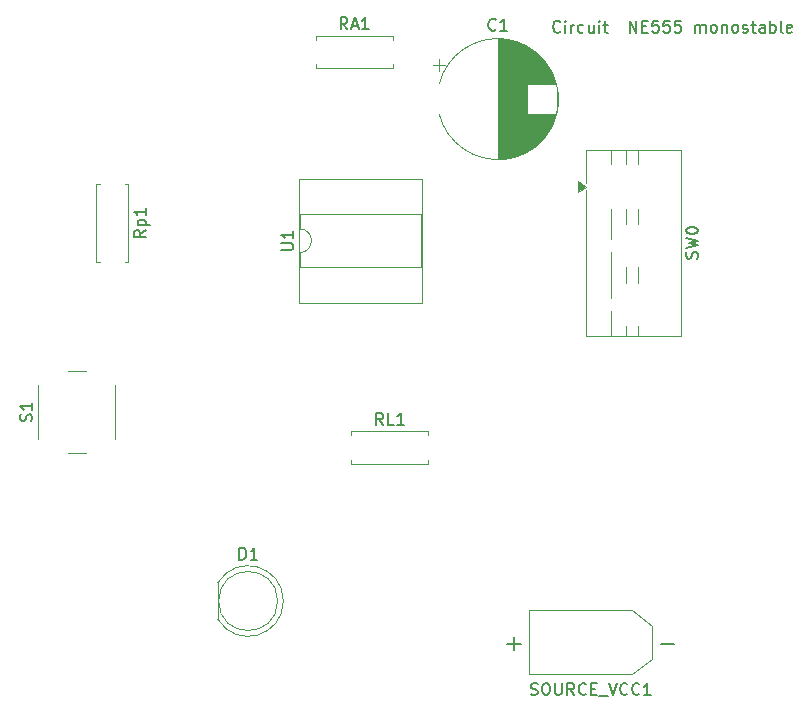
<source format=gbr>
%TF.GenerationSoftware,KiCad,Pcbnew,9.0.5*%
%TF.CreationDate,2025-10-25T15:08:27+02:00*%
%TF.ProjectId,Timmer-555-monostable,54696d6d-6572-42d3-9535-352d6d6f6e6f,rev?*%
%TF.SameCoordinates,Original*%
%TF.FileFunction,Legend,Top*%
%TF.FilePolarity,Positive*%
%FSLAX46Y46*%
G04 Gerber Fmt 4.6, Leading zero omitted, Abs format (unit mm)*
G04 Created by KiCad (PCBNEW 9.0.5) date 2025-10-25 15:08:27*
%MOMM*%
%LPD*%
G01*
G04 APERTURE LIST*
%ADD10C,0.200000*%
%ADD11C,0.150000*%
%ADD12C,0.120000*%
G04 APERTURE END LIST*
D10*
X140441101Y-25271980D02*
X140393482Y-25319600D01*
X140393482Y-25319600D02*
X140250625Y-25367219D01*
X140250625Y-25367219D02*
X140155387Y-25367219D01*
X140155387Y-25367219D02*
X140012530Y-25319600D01*
X140012530Y-25319600D02*
X139917292Y-25224361D01*
X139917292Y-25224361D02*
X139869673Y-25129123D01*
X139869673Y-25129123D02*
X139822054Y-24938647D01*
X139822054Y-24938647D02*
X139822054Y-24795790D01*
X139822054Y-24795790D02*
X139869673Y-24605314D01*
X139869673Y-24605314D02*
X139917292Y-24510076D01*
X139917292Y-24510076D02*
X140012530Y-24414838D01*
X140012530Y-24414838D02*
X140155387Y-24367219D01*
X140155387Y-24367219D02*
X140250625Y-24367219D01*
X140250625Y-24367219D02*
X140393482Y-24414838D01*
X140393482Y-24414838D02*
X140441101Y-24462457D01*
X140869673Y-25367219D02*
X140869673Y-24700552D01*
X140869673Y-24367219D02*
X140822054Y-24414838D01*
X140822054Y-24414838D02*
X140869673Y-24462457D01*
X140869673Y-24462457D02*
X140917292Y-24414838D01*
X140917292Y-24414838D02*
X140869673Y-24367219D01*
X140869673Y-24367219D02*
X140869673Y-24462457D01*
X141345863Y-25367219D02*
X141345863Y-24700552D01*
X141345863Y-24891028D02*
X141393482Y-24795790D01*
X141393482Y-24795790D02*
X141441101Y-24748171D01*
X141441101Y-24748171D02*
X141536339Y-24700552D01*
X141536339Y-24700552D02*
X141631577Y-24700552D01*
X142393482Y-25319600D02*
X142298244Y-25367219D01*
X142298244Y-25367219D02*
X142107768Y-25367219D01*
X142107768Y-25367219D02*
X142012530Y-25319600D01*
X142012530Y-25319600D02*
X141964911Y-25271980D01*
X141964911Y-25271980D02*
X141917292Y-25176742D01*
X141917292Y-25176742D02*
X141917292Y-24891028D01*
X141917292Y-24891028D02*
X141964911Y-24795790D01*
X141964911Y-24795790D02*
X142012530Y-24748171D01*
X142012530Y-24748171D02*
X142107768Y-24700552D01*
X142107768Y-24700552D02*
X142298244Y-24700552D01*
X142298244Y-24700552D02*
X142393482Y-24748171D01*
X143250625Y-24700552D02*
X143250625Y-25367219D01*
X142822054Y-24700552D02*
X142822054Y-25224361D01*
X142822054Y-25224361D02*
X142869673Y-25319600D01*
X142869673Y-25319600D02*
X142964911Y-25367219D01*
X142964911Y-25367219D02*
X143107768Y-25367219D01*
X143107768Y-25367219D02*
X143203006Y-25319600D01*
X143203006Y-25319600D02*
X143250625Y-25271980D01*
X143726816Y-25367219D02*
X143726816Y-24700552D01*
X143726816Y-24367219D02*
X143679197Y-24414838D01*
X143679197Y-24414838D02*
X143726816Y-24462457D01*
X143726816Y-24462457D02*
X143774435Y-24414838D01*
X143774435Y-24414838D02*
X143726816Y-24367219D01*
X143726816Y-24367219D02*
X143726816Y-24462457D01*
X144060149Y-24700552D02*
X144441101Y-24700552D01*
X144203006Y-24367219D02*
X144203006Y-25224361D01*
X144203006Y-25224361D02*
X144250625Y-25319600D01*
X144250625Y-25319600D02*
X144345863Y-25367219D01*
X144345863Y-25367219D02*
X144441101Y-25367219D01*
X146298245Y-25367219D02*
X146298245Y-24367219D01*
X146298245Y-24367219D02*
X146869673Y-25367219D01*
X146869673Y-25367219D02*
X146869673Y-24367219D01*
X147345864Y-24843409D02*
X147679197Y-24843409D01*
X147822054Y-25367219D02*
X147345864Y-25367219D01*
X147345864Y-25367219D02*
X147345864Y-24367219D01*
X147345864Y-24367219D02*
X147822054Y-24367219D01*
X148726816Y-24367219D02*
X148250626Y-24367219D01*
X148250626Y-24367219D02*
X148203007Y-24843409D01*
X148203007Y-24843409D02*
X148250626Y-24795790D01*
X148250626Y-24795790D02*
X148345864Y-24748171D01*
X148345864Y-24748171D02*
X148583959Y-24748171D01*
X148583959Y-24748171D02*
X148679197Y-24795790D01*
X148679197Y-24795790D02*
X148726816Y-24843409D01*
X148726816Y-24843409D02*
X148774435Y-24938647D01*
X148774435Y-24938647D02*
X148774435Y-25176742D01*
X148774435Y-25176742D02*
X148726816Y-25271980D01*
X148726816Y-25271980D02*
X148679197Y-25319600D01*
X148679197Y-25319600D02*
X148583959Y-25367219D01*
X148583959Y-25367219D02*
X148345864Y-25367219D01*
X148345864Y-25367219D02*
X148250626Y-25319600D01*
X148250626Y-25319600D02*
X148203007Y-25271980D01*
X149679197Y-24367219D02*
X149203007Y-24367219D01*
X149203007Y-24367219D02*
X149155388Y-24843409D01*
X149155388Y-24843409D02*
X149203007Y-24795790D01*
X149203007Y-24795790D02*
X149298245Y-24748171D01*
X149298245Y-24748171D02*
X149536340Y-24748171D01*
X149536340Y-24748171D02*
X149631578Y-24795790D01*
X149631578Y-24795790D02*
X149679197Y-24843409D01*
X149679197Y-24843409D02*
X149726816Y-24938647D01*
X149726816Y-24938647D02*
X149726816Y-25176742D01*
X149726816Y-25176742D02*
X149679197Y-25271980D01*
X149679197Y-25271980D02*
X149631578Y-25319600D01*
X149631578Y-25319600D02*
X149536340Y-25367219D01*
X149536340Y-25367219D02*
X149298245Y-25367219D01*
X149298245Y-25367219D02*
X149203007Y-25319600D01*
X149203007Y-25319600D02*
X149155388Y-25271980D01*
X150631578Y-24367219D02*
X150155388Y-24367219D01*
X150155388Y-24367219D02*
X150107769Y-24843409D01*
X150107769Y-24843409D02*
X150155388Y-24795790D01*
X150155388Y-24795790D02*
X150250626Y-24748171D01*
X150250626Y-24748171D02*
X150488721Y-24748171D01*
X150488721Y-24748171D02*
X150583959Y-24795790D01*
X150583959Y-24795790D02*
X150631578Y-24843409D01*
X150631578Y-24843409D02*
X150679197Y-24938647D01*
X150679197Y-24938647D02*
X150679197Y-25176742D01*
X150679197Y-25176742D02*
X150631578Y-25271980D01*
X150631578Y-25271980D02*
X150583959Y-25319600D01*
X150583959Y-25319600D02*
X150488721Y-25367219D01*
X150488721Y-25367219D02*
X150250626Y-25367219D01*
X150250626Y-25367219D02*
X150155388Y-25319600D01*
X150155388Y-25319600D02*
X150107769Y-25271980D01*
X151869674Y-25367219D02*
X151869674Y-24700552D01*
X151869674Y-24795790D02*
X151917293Y-24748171D01*
X151917293Y-24748171D02*
X152012531Y-24700552D01*
X152012531Y-24700552D02*
X152155388Y-24700552D01*
X152155388Y-24700552D02*
X152250626Y-24748171D01*
X152250626Y-24748171D02*
X152298245Y-24843409D01*
X152298245Y-24843409D02*
X152298245Y-25367219D01*
X152298245Y-24843409D02*
X152345864Y-24748171D01*
X152345864Y-24748171D02*
X152441102Y-24700552D01*
X152441102Y-24700552D02*
X152583959Y-24700552D01*
X152583959Y-24700552D02*
X152679198Y-24748171D01*
X152679198Y-24748171D02*
X152726817Y-24843409D01*
X152726817Y-24843409D02*
X152726817Y-25367219D01*
X153345864Y-25367219D02*
X153250626Y-25319600D01*
X153250626Y-25319600D02*
X153203007Y-25271980D01*
X153203007Y-25271980D02*
X153155388Y-25176742D01*
X153155388Y-25176742D02*
X153155388Y-24891028D01*
X153155388Y-24891028D02*
X153203007Y-24795790D01*
X153203007Y-24795790D02*
X153250626Y-24748171D01*
X153250626Y-24748171D02*
X153345864Y-24700552D01*
X153345864Y-24700552D02*
X153488721Y-24700552D01*
X153488721Y-24700552D02*
X153583959Y-24748171D01*
X153583959Y-24748171D02*
X153631578Y-24795790D01*
X153631578Y-24795790D02*
X153679197Y-24891028D01*
X153679197Y-24891028D02*
X153679197Y-25176742D01*
X153679197Y-25176742D02*
X153631578Y-25271980D01*
X153631578Y-25271980D02*
X153583959Y-25319600D01*
X153583959Y-25319600D02*
X153488721Y-25367219D01*
X153488721Y-25367219D02*
X153345864Y-25367219D01*
X154107769Y-24700552D02*
X154107769Y-25367219D01*
X154107769Y-24795790D02*
X154155388Y-24748171D01*
X154155388Y-24748171D02*
X154250626Y-24700552D01*
X154250626Y-24700552D02*
X154393483Y-24700552D01*
X154393483Y-24700552D02*
X154488721Y-24748171D01*
X154488721Y-24748171D02*
X154536340Y-24843409D01*
X154536340Y-24843409D02*
X154536340Y-25367219D01*
X155155388Y-25367219D02*
X155060150Y-25319600D01*
X155060150Y-25319600D02*
X155012531Y-25271980D01*
X155012531Y-25271980D02*
X154964912Y-25176742D01*
X154964912Y-25176742D02*
X154964912Y-24891028D01*
X154964912Y-24891028D02*
X155012531Y-24795790D01*
X155012531Y-24795790D02*
X155060150Y-24748171D01*
X155060150Y-24748171D02*
X155155388Y-24700552D01*
X155155388Y-24700552D02*
X155298245Y-24700552D01*
X155298245Y-24700552D02*
X155393483Y-24748171D01*
X155393483Y-24748171D02*
X155441102Y-24795790D01*
X155441102Y-24795790D02*
X155488721Y-24891028D01*
X155488721Y-24891028D02*
X155488721Y-25176742D01*
X155488721Y-25176742D02*
X155441102Y-25271980D01*
X155441102Y-25271980D02*
X155393483Y-25319600D01*
X155393483Y-25319600D02*
X155298245Y-25367219D01*
X155298245Y-25367219D02*
X155155388Y-25367219D01*
X155869674Y-25319600D02*
X155964912Y-25367219D01*
X155964912Y-25367219D02*
X156155388Y-25367219D01*
X156155388Y-25367219D02*
X156250626Y-25319600D01*
X156250626Y-25319600D02*
X156298245Y-25224361D01*
X156298245Y-25224361D02*
X156298245Y-25176742D01*
X156298245Y-25176742D02*
X156250626Y-25081504D01*
X156250626Y-25081504D02*
X156155388Y-25033885D01*
X156155388Y-25033885D02*
X156012531Y-25033885D01*
X156012531Y-25033885D02*
X155917293Y-24986266D01*
X155917293Y-24986266D02*
X155869674Y-24891028D01*
X155869674Y-24891028D02*
X155869674Y-24843409D01*
X155869674Y-24843409D02*
X155917293Y-24748171D01*
X155917293Y-24748171D02*
X156012531Y-24700552D01*
X156012531Y-24700552D02*
X156155388Y-24700552D01*
X156155388Y-24700552D02*
X156250626Y-24748171D01*
X156583960Y-24700552D02*
X156964912Y-24700552D01*
X156726817Y-24367219D02*
X156726817Y-25224361D01*
X156726817Y-25224361D02*
X156774436Y-25319600D01*
X156774436Y-25319600D02*
X156869674Y-25367219D01*
X156869674Y-25367219D02*
X156964912Y-25367219D01*
X157726817Y-25367219D02*
X157726817Y-24843409D01*
X157726817Y-24843409D02*
X157679198Y-24748171D01*
X157679198Y-24748171D02*
X157583960Y-24700552D01*
X157583960Y-24700552D02*
X157393484Y-24700552D01*
X157393484Y-24700552D02*
X157298246Y-24748171D01*
X157726817Y-25319600D02*
X157631579Y-25367219D01*
X157631579Y-25367219D02*
X157393484Y-25367219D01*
X157393484Y-25367219D02*
X157298246Y-25319600D01*
X157298246Y-25319600D02*
X157250627Y-25224361D01*
X157250627Y-25224361D02*
X157250627Y-25129123D01*
X157250627Y-25129123D02*
X157298246Y-25033885D01*
X157298246Y-25033885D02*
X157393484Y-24986266D01*
X157393484Y-24986266D02*
X157631579Y-24986266D01*
X157631579Y-24986266D02*
X157726817Y-24938647D01*
X158203008Y-25367219D02*
X158203008Y-24367219D01*
X158203008Y-24748171D02*
X158298246Y-24700552D01*
X158298246Y-24700552D02*
X158488722Y-24700552D01*
X158488722Y-24700552D02*
X158583960Y-24748171D01*
X158583960Y-24748171D02*
X158631579Y-24795790D01*
X158631579Y-24795790D02*
X158679198Y-24891028D01*
X158679198Y-24891028D02*
X158679198Y-25176742D01*
X158679198Y-25176742D02*
X158631579Y-25271980D01*
X158631579Y-25271980D02*
X158583960Y-25319600D01*
X158583960Y-25319600D02*
X158488722Y-25367219D01*
X158488722Y-25367219D02*
X158298246Y-25367219D01*
X158298246Y-25367219D02*
X158203008Y-25319600D01*
X159250627Y-25367219D02*
X159155389Y-25319600D01*
X159155389Y-25319600D02*
X159107770Y-25224361D01*
X159107770Y-25224361D02*
X159107770Y-24367219D01*
X160012532Y-25319600D02*
X159917294Y-25367219D01*
X159917294Y-25367219D02*
X159726818Y-25367219D01*
X159726818Y-25367219D02*
X159631580Y-25319600D01*
X159631580Y-25319600D02*
X159583961Y-25224361D01*
X159583961Y-25224361D02*
X159583961Y-24843409D01*
X159583961Y-24843409D02*
X159631580Y-24748171D01*
X159631580Y-24748171D02*
X159726818Y-24700552D01*
X159726818Y-24700552D02*
X159917294Y-24700552D01*
X159917294Y-24700552D02*
X160012532Y-24748171D01*
X160012532Y-24748171D02*
X160060151Y-24843409D01*
X160060151Y-24843409D02*
X160060151Y-24938647D01*
X160060151Y-24938647D02*
X159583961Y-25033885D01*
D11*
X95657200Y-58261904D02*
X95704819Y-58119047D01*
X95704819Y-58119047D02*
X95704819Y-57880952D01*
X95704819Y-57880952D02*
X95657200Y-57785714D01*
X95657200Y-57785714D02*
X95609580Y-57738095D01*
X95609580Y-57738095D02*
X95514342Y-57690476D01*
X95514342Y-57690476D02*
X95419104Y-57690476D01*
X95419104Y-57690476D02*
X95323866Y-57738095D01*
X95323866Y-57738095D02*
X95276247Y-57785714D01*
X95276247Y-57785714D02*
X95228628Y-57880952D01*
X95228628Y-57880952D02*
X95181009Y-58071428D01*
X95181009Y-58071428D02*
X95133390Y-58166666D01*
X95133390Y-58166666D02*
X95085771Y-58214285D01*
X95085771Y-58214285D02*
X94990533Y-58261904D01*
X94990533Y-58261904D02*
X94895295Y-58261904D01*
X94895295Y-58261904D02*
X94800057Y-58214285D01*
X94800057Y-58214285D02*
X94752438Y-58166666D01*
X94752438Y-58166666D02*
X94704819Y-58071428D01*
X94704819Y-58071428D02*
X94704819Y-57833333D01*
X94704819Y-57833333D02*
X94752438Y-57690476D01*
X95704819Y-56738095D02*
X95704819Y-57309523D01*
X95704819Y-57023809D02*
X94704819Y-57023809D01*
X94704819Y-57023809D02*
X94847676Y-57119047D01*
X94847676Y-57119047D02*
X94942914Y-57214285D01*
X94942914Y-57214285D02*
X94990533Y-57309523D01*
X152027200Y-44503332D02*
X152074819Y-44360475D01*
X152074819Y-44360475D02*
X152074819Y-44122380D01*
X152074819Y-44122380D02*
X152027200Y-44027142D01*
X152027200Y-44027142D02*
X151979580Y-43979523D01*
X151979580Y-43979523D02*
X151884342Y-43931904D01*
X151884342Y-43931904D02*
X151789104Y-43931904D01*
X151789104Y-43931904D02*
X151693866Y-43979523D01*
X151693866Y-43979523D02*
X151646247Y-44027142D01*
X151646247Y-44027142D02*
X151598628Y-44122380D01*
X151598628Y-44122380D02*
X151551009Y-44312856D01*
X151551009Y-44312856D02*
X151503390Y-44408094D01*
X151503390Y-44408094D02*
X151455771Y-44455713D01*
X151455771Y-44455713D02*
X151360533Y-44503332D01*
X151360533Y-44503332D02*
X151265295Y-44503332D01*
X151265295Y-44503332D02*
X151170057Y-44455713D01*
X151170057Y-44455713D02*
X151122438Y-44408094D01*
X151122438Y-44408094D02*
X151074819Y-44312856D01*
X151074819Y-44312856D02*
X151074819Y-44074761D01*
X151074819Y-44074761D02*
X151122438Y-43931904D01*
X151074819Y-43598570D02*
X152074819Y-43360475D01*
X152074819Y-43360475D02*
X151360533Y-43169999D01*
X151360533Y-43169999D02*
X152074819Y-42979523D01*
X152074819Y-42979523D02*
X151074819Y-42741428D01*
X151074819Y-42169999D02*
X151074819Y-42074761D01*
X151074819Y-42074761D02*
X151122438Y-41979523D01*
X151122438Y-41979523D02*
X151170057Y-41931904D01*
X151170057Y-41931904D02*
X151265295Y-41884285D01*
X151265295Y-41884285D02*
X151455771Y-41836666D01*
X151455771Y-41836666D02*
X151693866Y-41836666D01*
X151693866Y-41836666D02*
X151884342Y-41884285D01*
X151884342Y-41884285D02*
X151979580Y-41931904D01*
X151979580Y-41931904D02*
X152027200Y-41979523D01*
X152027200Y-41979523D02*
X152074819Y-42074761D01*
X152074819Y-42074761D02*
X152074819Y-42169999D01*
X152074819Y-42169999D02*
X152027200Y-42265237D01*
X152027200Y-42265237D02*
X151979580Y-42312856D01*
X151979580Y-42312856D02*
X151884342Y-42360475D01*
X151884342Y-42360475D02*
X151693866Y-42408094D01*
X151693866Y-42408094D02*
X151455771Y-42408094D01*
X151455771Y-42408094D02*
X151265295Y-42360475D01*
X151265295Y-42360475D02*
X151170057Y-42312856D01*
X151170057Y-42312856D02*
X151122438Y-42265237D01*
X151122438Y-42265237D02*
X151074819Y-42169999D01*
X134965656Y-25109580D02*
X134918037Y-25157200D01*
X134918037Y-25157200D02*
X134775180Y-25204819D01*
X134775180Y-25204819D02*
X134679942Y-25204819D01*
X134679942Y-25204819D02*
X134537085Y-25157200D01*
X134537085Y-25157200D02*
X134441847Y-25061961D01*
X134441847Y-25061961D02*
X134394228Y-24966723D01*
X134394228Y-24966723D02*
X134346609Y-24776247D01*
X134346609Y-24776247D02*
X134346609Y-24633390D01*
X134346609Y-24633390D02*
X134394228Y-24442914D01*
X134394228Y-24442914D02*
X134441847Y-24347676D01*
X134441847Y-24347676D02*
X134537085Y-24252438D01*
X134537085Y-24252438D02*
X134679942Y-24204819D01*
X134679942Y-24204819D02*
X134775180Y-24204819D01*
X134775180Y-24204819D02*
X134918037Y-24252438D01*
X134918037Y-24252438D02*
X134965656Y-24300057D01*
X135918037Y-25204819D02*
X135346609Y-25204819D01*
X135632323Y-25204819D02*
X135632323Y-24204819D01*
X135632323Y-24204819D02*
X135537085Y-24347676D01*
X135537085Y-24347676D02*
X135441847Y-24442914D01*
X135441847Y-24442914D02*
X135346609Y-24490533D01*
X105324819Y-42119047D02*
X104848628Y-42452380D01*
X105324819Y-42690475D02*
X104324819Y-42690475D01*
X104324819Y-42690475D02*
X104324819Y-42309523D01*
X104324819Y-42309523D02*
X104372438Y-42214285D01*
X104372438Y-42214285D02*
X104420057Y-42166666D01*
X104420057Y-42166666D02*
X104515295Y-42119047D01*
X104515295Y-42119047D02*
X104658152Y-42119047D01*
X104658152Y-42119047D02*
X104753390Y-42166666D01*
X104753390Y-42166666D02*
X104801009Y-42214285D01*
X104801009Y-42214285D02*
X104848628Y-42309523D01*
X104848628Y-42309523D02*
X104848628Y-42690475D01*
X104658152Y-41690475D02*
X105658152Y-41690475D01*
X104705771Y-41690475D02*
X104658152Y-41595237D01*
X104658152Y-41595237D02*
X104658152Y-41404761D01*
X104658152Y-41404761D02*
X104705771Y-41309523D01*
X104705771Y-41309523D02*
X104753390Y-41261904D01*
X104753390Y-41261904D02*
X104848628Y-41214285D01*
X104848628Y-41214285D02*
X105134342Y-41214285D01*
X105134342Y-41214285D02*
X105229580Y-41261904D01*
X105229580Y-41261904D02*
X105277200Y-41309523D01*
X105277200Y-41309523D02*
X105324819Y-41404761D01*
X105324819Y-41404761D02*
X105324819Y-41595237D01*
X105324819Y-41595237D02*
X105277200Y-41690475D01*
X105324819Y-40261904D02*
X105324819Y-40833332D01*
X105324819Y-40547618D02*
X104324819Y-40547618D01*
X104324819Y-40547618D02*
X104467676Y-40642856D01*
X104467676Y-40642856D02*
X104562914Y-40738094D01*
X104562914Y-40738094D02*
X104610533Y-40833332D01*
X125428571Y-58584819D02*
X125095238Y-58108628D01*
X124857143Y-58584819D02*
X124857143Y-57584819D01*
X124857143Y-57584819D02*
X125238095Y-57584819D01*
X125238095Y-57584819D02*
X125333333Y-57632438D01*
X125333333Y-57632438D02*
X125380952Y-57680057D01*
X125380952Y-57680057D02*
X125428571Y-57775295D01*
X125428571Y-57775295D02*
X125428571Y-57918152D01*
X125428571Y-57918152D02*
X125380952Y-58013390D01*
X125380952Y-58013390D02*
X125333333Y-58061009D01*
X125333333Y-58061009D02*
X125238095Y-58108628D01*
X125238095Y-58108628D02*
X124857143Y-58108628D01*
X126333333Y-58584819D02*
X125857143Y-58584819D01*
X125857143Y-58584819D02*
X125857143Y-57584819D01*
X127190476Y-58584819D02*
X126619048Y-58584819D01*
X126904762Y-58584819D02*
X126904762Y-57584819D01*
X126904762Y-57584819D02*
X126809524Y-57727676D01*
X126809524Y-57727676D02*
X126714286Y-57822914D01*
X126714286Y-57822914D02*
X126619048Y-57870533D01*
X122404761Y-25084819D02*
X122071428Y-24608628D01*
X121833333Y-25084819D02*
X121833333Y-24084819D01*
X121833333Y-24084819D02*
X122214285Y-24084819D01*
X122214285Y-24084819D02*
X122309523Y-24132438D01*
X122309523Y-24132438D02*
X122357142Y-24180057D01*
X122357142Y-24180057D02*
X122404761Y-24275295D01*
X122404761Y-24275295D02*
X122404761Y-24418152D01*
X122404761Y-24418152D02*
X122357142Y-24513390D01*
X122357142Y-24513390D02*
X122309523Y-24561009D01*
X122309523Y-24561009D02*
X122214285Y-24608628D01*
X122214285Y-24608628D02*
X121833333Y-24608628D01*
X122785714Y-24799104D02*
X123261904Y-24799104D01*
X122690476Y-25084819D02*
X123023809Y-24084819D01*
X123023809Y-24084819D02*
X123357142Y-25084819D01*
X124214285Y-25084819D02*
X123642857Y-25084819D01*
X123928571Y-25084819D02*
X123928571Y-24084819D01*
X123928571Y-24084819D02*
X123833333Y-24227676D01*
X123833333Y-24227676D02*
X123738095Y-24322914D01*
X123738095Y-24322914D02*
X123642857Y-24370533D01*
X137928571Y-81407200D02*
X138071428Y-81454819D01*
X138071428Y-81454819D02*
X138309523Y-81454819D01*
X138309523Y-81454819D02*
X138404761Y-81407200D01*
X138404761Y-81407200D02*
X138452380Y-81359580D01*
X138452380Y-81359580D02*
X138499999Y-81264342D01*
X138499999Y-81264342D02*
X138499999Y-81169104D01*
X138499999Y-81169104D02*
X138452380Y-81073866D01*
X138452380Y-81073866D02*
X138404761Y-81026247D01*
X138404761Y-81026247D02*
X138309523Y-80978628D01*
X138309523Y-80978628D02*
X138119047Y-80931009D01*
X138119047Y-80931009D02*
X138023809Y-80883390D01*
X138023809Y-80883390D02*
X137976190Y-80835771D01*
X137976190Y-80835771D02*
X137928571Y-80740533D01*
X137928571Y-80740533D02*
X137928571Y-80645295D01*
X137928571Y-80645295D02*
X137976190Y-80550057D01*
X137976190Y-80550057D02*
X138023809Y-80502438D01*
X138023809Y-80502438D02*
X138119047Y-80454819D01*
X138119047Y-80454819D02*
X138357142Y-80454819D01*
X138357142Y-80454819D02*
X138499999Y-80502438D01*
X139119047Y-80454819D02*
X139309523Y-80454819D01*
X139309523Y-80454819D02*
X139404761Y-80502438D01*
X139404761Y-80502438D02*
X139499999Y-80597676D01*
X139499999Y-80597676D02*
X139547618Y-80788152D01*
X139547618Y-80788152D02*
X139547618Y-81121485D01*
X139547618Y-81121485D02*
X139499999Y-81311961D01*
X139499999Y-81311961D02*
X139404761Y-81407200D01*
X139404761Y-81407200D02*
X139309523Y-81454819D01*
X139309523Y-81454819D02*
X139119047Y-81454819D01*
X139119047Y-81454819D02*
X139023809Y-81407200D01*
X139023809Y-81407200D02*
X138928571Y-81311961D01*
X138928571Y-81311961D02*
X138880952Y-81121485D01*
X138880952Y-81121485D02*
X138880952Y-80788152D01*
X138880952Y-80788152D02*
X138928571Y-80597676D01*
X138928571Y-80597676D02*
X139023809Y-80502438D01*
X139023809Y-80502438D02*
X139119047Y-80454819D01*
X139976190Y-80454819D02*
X139976190Y-81264342D01*
X139976190Y-81264342D02*
X140023809Y-81359580D01*
X140023809Y-81359580D02*
X140071428Y-81407200D01*
X140071428Y-81407200D02*
X140166666Y-81454819D01*
X140166666Y-81454819D02*
X140357142Y-81454819D01*
X140357142Y-81454819D02*
X140452380Y-81407200D01*
X140452380Y-81407200D02*
X140499999Y-81359580D01*
X140499999Y-81359580D02*
X140547618Y-81264342D01*
X140547618Y-81264342D02*
X140547618Y-80454819D01*
X141595237Y-81454819D02*
X141261904Y-80978628D01*
X141023809Y-81454819D02*
X141023809Y-80454819D01*
X141023809Y-80454819D02*
X141404761Y-80454819D01*
X141404761Y-80454819D02*
X141499999Y-80502438D01*
X141499999Y-80502438D02*
X141547618Y-80550057D01*
X141547618Y-80550057D02*
X141595237Y-80645295D01*
X141595237Y-80645295D02*
X141595237Y-80788152D01*
X141595237Y-80788152D02*
X141547618Y-80883390D01*
X141547618Y-80883390D02*
X141499999Y-80931009D01*
X141499999Y-80931009D02*
X141404761Y-80978628D01*
X141404761Y-80978628D02*
X141023809Y-80978628D01*
X142595237Y-81359580D02*
X142547618Y-81407200D01*
X142547618Y-81407200D02*
X142404761Y-81454819D01*
X142404761Y-81454819D02*
X142309523Y-81454819D01*
X142309523Y-81454819D02*
X142166666Y-81407200D01*
X142166666Y-81407200D02*
X142071428Y-81311961D01*
X142071428Y-81311961D02*
X142023809Y-81216723D01*
X142023809Y-81216723D02*
X141976190Y-81026247D01*
X141976190Y-81026247D02*
X141976190Y-80883390D01*
X141976190Y-80883390D02*
X142023809Y-80692914D01*
X142023809Y-80692914D02*
X142071428Y-80597676D01*
X142071428Y-80597676D02*
X142166666Y-80502438D01*
X142166666Y-80502438D02*
X142309523Y-80454819D01*
X142309523Y-80454819D02*
X142404761Y-80454819D01*
X142404761Y-80454819D02*
X142547618Y-80502438D01*
X142547618Y-80502438D02*
X142595237Y-80550057D01*
X143023809Y-80931009D02*
X143357142Y-80931009D01*
X143499999Y-81454819D02*
X143023809Y-81454819D01*
X143023809Y-81454819D02*
X143023809Y-80454819D01*
X143023809Y-80454819D02*
X143499999Y-80454819D01*
X143690476Y-81550057D02*
X144452380Y-81550057D01*
X144547619Y-80454819D02*
X144880952Y-81454819D01*
X144880952Y-81454819D02*
X145214285Y-80454819D01*
X146119047Y-81359580D02*
X146071428Y-81407200D01*
X146071428Y-81407200D02*
X145928571Y-81454819D01*
X145928571Y-81454819D02*
X145833333Y-81454819D01*
X145833333Y-81454819D02*
X145690476Y-81407200D01*
X145690476Y-81407200D02*
X145595238Y-81311961D01*
X145595238Y-81311961D02*
X145547619Y-81216723D01*
X145547619Y-81216723D02*
X145500000Y-81026247D01*
X145500000Y-81026247D02*
X145500000Y-80883390D01*
X145500000Y-80883390D02*
X145547619Y-80692914D01*
X145547619Y-80692914D02*
X145595238Y-80597676D01*
X145595238Y-80597676D02*
X145690476Y-80502438D01*
X145690476Y-80502438D02*
X145833333Y-80454819D01*
X145833333Y-80454819D02*
X145928571Y-80454819D01*
X145928571Y-80454819D02*
X146071428Y-80502438D01*
X146071428Y-80502438D02*
X146119047Y-80550057D01*
X147119047Y-81359580D02*
X147071428Y-81407200D01*
X147071428Y-81407200D02*
X146928571Y-81454819D01*
X146928571Y-81454819D02*
X146833333Y-81454819D01*
X146833333Y-81454819D02*
X146690476Y-81407200D01*
X146690476Y-81407200D02*
X146595238Y-81311961D01*
X146595238Y-81311961D02*
X146547619Y-81216723D01*
X146547619Y-81216723D02*
X146500000Y-81026247D01*
X146500000Y-81026247D02*
X146500000Y-80883390D01*
X146500000Y-80883390D02*
X146547619Y-80692914D01*
X146547619Y-80692914D02*
X146595238Y-80597676D01*
X146595238Y-80597676D02*
X146690476Y-80502438D01*
X146690476Y-80502438D02*
X146833333Y-80454819D01*
X146833333Y-80454819D02*
X146928571Y-80454819D01*
X146928571Y-80454819D02*
X147071428Y-80502438D01*
X147071428Y-80502438D02*
X147119047Y-80550057D01*
X148071428Y-81454819D02*
X147500000Y-81454819D01*
X147785714Y-81454819D02*
X147785714Y-80454819D01*
X147785714Y-80454819D02*
X147690476Y-80597676D01*
X147690476Y-80597676D02*
X147595238Y-80692914D01*
X147595238Y-80692914D02*
X147500000Y-80740533D01*
X148928571Y-77114700D02*
X150071429Y-77114700D01*
X135928571Y-77114700D02*
X137071429Y-77114700D01*
X136500000Y-77686128D02*
X136500000Y-76543271D01*
X113256905Y-69994819D02*
X113256905Y-68994819D01*
X113256905Y-68994819D02*
X113495000Y-68994819D01*
X113495000Y-68994819D02*
X113637857Y-69042438D01*
X113637857Y-69042438D02*
X113733095Y-69137676D01*
X113733095Y-69137676D02*
X113780714Y-69232914D01*
X113780714Y-69232914D02*
X113828333Y-69423390D01*
X113828333Y-69423390D02*
X113828333Y-69566247D01*
X113828333Y-69566247D02*
X113780714Y-69756723D01*
X113780714Y-69756723D02*
X113733095Y-69851961D01*
X113733095Y-69851961D02*
X113637857Y-69947200D01*
X113637857Y-69947200D02*
X113495000Y-69994819D01*
X113495000Y-69994819D02*
X113256905Y-69994819D01*
X114780714Y-69994819D02*
X114209286Y-69994819D01*
X114495000Y-69994819D02*
X114495000Y-68994819D01*
X114495000Y-68994819D02*
X114399762Y-69137676D01*
X114399762Y-69137676D02*
X114304524Y-69232914D01*
X114304524Y-69232914D02*
X114209286Y-69280533D01*
X116814819Y-43761904D02*
X117624342Y-43761904D01*
X117624342Y-43761904D02*
X117719580Y-43714285D01*
X117719580Y-43714285D02*
X117767200Y-43666666D01*
X117767200Y-43666666D02*
X117814819Y-43571428D01*
X117814819Y-43571428D02*
X117814819Y-43380952D01*
X117814819Y-43380952D02*
X117767200Y-43285714D01*
X117767200Y-43285714D02*
X117719580Y-43238095D01*
X117719580Y-43238095D02*
X117624342Y-43190476D01*
X117624342Y-43190476D02*
X116814819Y-43190476D01*
X117814819Y-42190476D02*
X117814819Y-42761904D01*
X117814819Y-42476190D02*
X116814819Y-42476190D01*
X116814819Y-42476190D02*
X116957676Y-42571428D01*
X116957676Y-42571428D02*
X117052914Y-42666666D01*
X117052914Y-42666666D02*
X117100533Y-42761904D01*
D12*
%TO.C,S1*%
X98750000Y-61000000D02*
X100250000Y-61000000D01*
X102750000Y-59750000D02*
X102750000Y-55250000D01*
X96250000Y-55250000D02*
X96250000Y-59750000D01*
X100250000Y-54000000D02*
X98750000Y-54000000D01*
%TO.C,SW0*%
X150620000Y-35300000D02*
X150620000Y-51040000D01*
X147000000Y-35300000D02*
X147000000Y-36540000D01*
X146000000Y-35300000D02*
X146000000Y-36540000D01*
X144700000Y-35300000D02*
X144700000Y-36540000D01*
X142580000Y-35300000D02*
X150620000Y-35300000D01*
X142580000Y-38120000D02*
X142580000Y-35300000D01*
X147000000Y-40300000D02*
X147000000Y-41608000D01*
X146000000Y-40300000D02*
X146000000Y-41608000D01*
X144700000Y-40300000D02*
X144700000Y-42877000D01*
X144700000Y-43963000D02*
X144700000Y-47877000D01*
X147000000Y-45232000D02*
X147000000Y-46608000D01*
X146000000Y-45232000D02*
X146000000Y-46608000D01*
X144700000Y-48963000D02*
X144700000Y-51040000D01*
X147000000Y-50232000D02*
X147000000Y-51040000D01*
X146000000Y-50232000D02*
X146000000Y-51040000D01*
X150620000Y-51040000D02*
X142580000Y-51040000D01*
X142580000Y-51040000D02*
X142580000Y-38720000D01*
X142580000Y-38420000D02*
X141970000Y-38860000D01*
X141970000Y-37980000D01*
X142580000Y-38420000D01*
G36*
X142580000Y-38420000D02*
G01*
X141970000Y-38860000D01*
X141970000Y-37980000D01*
X142580000Y-38420000D01*
G37*
%TO.C,C1*%
X129652677Y-28125000D02*
X130652677Y-28125000D01*
X130152677Y-27625000D02*
X130152677Y-28625000D01*
X135132323Y-25920000D02*
X135132323Y-36080000D01*
X135172323Y-25920000D02*
X135172323Y-36080000D01*
X135212323Y-25921000D02*
X135212323Y-36079000D01*
X135252323Y-25921000D02*
X135252323Y-36079000D01*
X135292323Y-25923000D02*
X135292323Y-36077000D01*
X135332323Y-25924000D02*
X135332323Y-36076000D01*
X135372323Y-25926000D02*
X135372323Y-36074000D01*
X135412323Y-25928000D02*
X135412323Y-36072000D01*
X135452323Y-25930000D02*
X135452323Y-36070000D01*
X135492323Y-25933000D02*
X135492323Y-36067000D01*
X135532323Y-25936000D02*
X135532323Y-36064000D01*
X135572323Y-25939000D02*
X135572323Y-36061000D01*
X135612323Y-25943000D02*
X135612323Y-36057000D01*
X135652323Y-25946000D02*
X135652323Y-36054000D01*
X135692323Y-25951000D02*
X135692323Y-36049000D01*
X135732323Y-25955000D02*
X135732323Y-36045000D01*
X135772323Y-25960000D02*
X135772323Y-36040000D01*
X135812323Y-25965000D02*
X135812323Y-36035000D01*
X135852323Y-25971000D02*
X135852323Y-36029000D01*
X135892323Y-25977000D02*
X135892323Y-36023000D01*
X135932323Y-25983000D02*
X135932323Y-36017000D01*
X135972323Y-25989000D02*
X135972323Y-36011000D01*
X136012323Y-25996000D02*
X136012323Y-36004000D01*
X136052323Y-26003000D02*
X136052323Y-35997000D01*
X136092323Y-26011000D02*
X136092323Y-35989000D01*
X136132323Y-26019000D02*
X136132323Y-35981000D01*
X136172323Y-26027000D02*
X136172323Y-35973000D01*
X136212323Y-26035000D02*
X136212323Y-35965000D01*
X136252323Y-26044000D02*
X136252323Y-35956000D01*
X136292323Y-26053000D02*
X136292323Y-35947000D01*
X136332323Y-26063000D02*
X136332323Y-35937000D01*
X136372323Y-26072000D02*
X136372323Y-35928000D01*
X136412323Y-26083000D02*
X136412323Y-35917000D01*
X136452323Y-26093000D02*
X136452323Y-35907000D01*
X136492323Y-26104000D02*
X136492323Y-35896000D01*
X136532323Y-26115000D02*
X136532323Y-35885000D01*
X136572323Y-26127000D02*
X136572323Y-35873000D01*
X136612323Y-26139000D02*
X136612323Y-35861000D01*
X136652323Y-26151000D02*
X136652323Y-35849000D01*
X136692323Y-26163000D02*
X136692323Y-35837000D01*
X136732323Y-26176000D02*
X136732323Y-35824000D01*
X136772323Y-26190000D02*
X136772323Y-35810000D01*
X136812323Y-26203000D02*
X136812323Y-35797000D01*
X136852323Y-26218000D02*
X136852323Y-35782000D01*
X136892323Y-26232000D02*
X136892323Y-35768000D01*
X136932323Y-26247000D02*
X136932323Y-35753000D01*
X136972323Y-26262000D02*
X136972323Y-35738000D01*
X137012323Y-26278000D02*
X137012323Y-35722000D01*
X137052323Y-26294000D02*
X137052323Y-35706000D01*
X137092323Y-26310000D02*
X137092323Y-35690000D01*
X137132323Y-26327000D02*
X137132323Y-35673000D01*
X137172323Y-26344000D02*
X137172323Y-35656000D01*
X137212323Y-26362000D02*
X137212323Y-35638000D01*
X137252323Y-26380000D02*
X137252323Y-35620000D01*
X137292323Y-26398000D02*
X137292323Y-35602000D01*
X137332323Y-26417000D02*
X137332323Y-35583000D01*
X137372323Y-26436000D02*
X137372323Y-35564000D01*
X137412323Y-26456000D02*
X137412323Y-35544000D01*
X137452323Y-26476000D02*
X137452323Y-35524000D01*
X137492323Y-26496000D02*
X137492323Y-35504000D01*
X137532323Y-26517000D02*
X137532323Y-35483000D01*
X137572323Y-26539000D02*
X137572323Y-35461000D01*
X137612323Y-26561000D02*
X137612323Y-35439000D01*
X137652323Y-26583000D02*
X137652323Y-29760000D01*
X137652323Y-32240000D02*
X137652323Y-35417000D01*
X137692323Y-26606000D02*
X137692323Y-29760000D01*
X137692323Y-32240000D02*
X137692323Y-35394000D01*
X137732323Y-26629000D02*
X137732323Y-29760000D01*
X137732323Y-32240000D02*
X137732323Y-35371000D01*
X137772323Y-26653000D02*
X137772323Y-29760000D01*
X137772323Y-32240000D02*
X137772323Y-35347000D01*
X137812323Y-26677000D02*
X137812323Y-29760000D01*
X137812323Y-32240000D02*
X137812323Y-35323000D01*
X137852323Y-26702000D02*
X137852323Y-29760000D01*
X137852323Y-32240000D02*
X137852323Y-35298000D01*
X137892323Y-26728000D02*
X137892323Y-29760000D01*
X137892323Y-32240000D02*
X137892323Y-35272000D01*
X137932323Y-26753000D02*
X137932323Y-29760000D01*
X137932323Y-32240000D02*
X137932323Y-35247000D01*
X137972323Y-26780000D02*
X137972323Y-29760000D01*
X137972323Y-32240000D02*
X137972323Y-35220000D01*
X138012323Y-26807000D02*
X138012323Y-29760000D01*
X138012323Y-32240000D02*
X138012323Y-35193000D01*
X138052323Y-26834000D02*
X138052323Y-29760000D01*
X138052323Y-32240000D02*
X138052323Y-35166000D01*
X138092323Y-26862000D02*
X138092323Y-29760000D01*
X138092323Y-32240000D02*
X138092323Y-35138000D01*
X138132323Y-26891000D02*
X138132323Y-29760000D01*
X138132323Y-32240000D02*
X138132323Y-35109000D01*
X138172323Y-26920000D02*
X138172323Y-29760000D01*
X138172323Y-32240000D02*
X138172323Y-35080000D01*
X138212323Y-26950000D02*
X138212323Y-29760000D01*
X138212323Y-32240000D02*
X138212323Y-35050000D01*
X138252323Y-26980000D02*
X138252323Y-29760000D01*
X138252323Y-32240000D02*
X138252323Y-35020000D01*
X138292323Y-27012000D02*
X138292323Y-29760000D01*
X138292323Y-32240000D02*
X138292323Y-34988000D01*
X138332323Y-27043000D02*
X138332323Y-29760000D01*
X138332323Y-32240000D02*
X138332323Y-34957000D01*
X138372323Y-27076000D02*
X138372323Y-29760000D01*
X138372323Y-32240000D02*
X138372323Y-34924000D01*
X138412323Y-27109000D02*
X138412323Y-29760000D01*
X138412323Y-32240000D02*
X138412323Y-34891000D01*
X138452323Y-27142000D02*
X138452323Y-29760000D01*
X138452323Y-32240000D02*
X138452323Y-34858000D01*
X138492323Y-27177000D02*
X138492323Y-29760000D01*
X138492323Y-32240000D02*
X138492323Y-34823000D01*
X138532323Y-27212000D02*
X138532323Y-29760000D01*
X138532323Y-32240000D02*
X138532323Y-34788000D01*
X138572323Y-27248000D02*
X138572323Y-29760000D01*
X138572323Y-32240000D02*
X138572323Y-34752000D01*
X138612323Y-27284000D02*
X138612323Y-29760000D01*
X138612323Y-32240000D02*
X138612323Y-34716000D01*
X138652323Y-27322000D02*
X138652323Y-29760000D01*
X138652323Y-32240000D02*
X138652323Y-34678000D01*
X138692323Y-27360000D02*
X138692323Y-29760000D01*
X138692323Y-32240000D02*
X138692323Y-34640000D01*
X138732323Y-27399000D02*
X138732323Y-29760000D01*
X138732323Y-32240000D02*
X138732323Y-34601000D01*
X138772323Y-27439000D02*
X138772323Y-29760000D01*
X138772323Y-32240000D02*
X138772323Y-34561000D01*
X138812323Y-27480000D02*
X138812323Y-29760000D01*
X138812323Y-32240000D02*
X138812323Y-34520000D01*
X138852323Y-27522000D02*
X138852323Y-29760000D01*
X138852323Y-32240000D02*
X138852323Y-34478000D01*
X138892323Y-27565000D02*
X138892323Y-29760000D01*
X138892323Y-32240000D02*
X138892323Y-34435000D01*
X138932323Y-27609000D02*
X138932323Y-29760000D01*
X138932323Y-32240000D02*
X138932323Y-34391000D01*
X138972323Y-27653000D02*
X138972323Y-29760000D01*
X138972323Y-32240000D02*
X138972323Y-34347000D01*
X139012323Y-27699000D02*
X139012323Y-29760000D01*
X139012323Y-32240000D02*
X139012323Y-34301000D01*
X139052323Y-27746000D02*
X139052323Y-29760000D01*
X139052323Y-32240000D02*
X139052323Y-34254000D01*
X139092323Y-27795000D02*
X139092323Y-29760000D01*
X139092323Y-32240000D02*
X139092323Y-34205000D01*
X139132323Y-27844000D02*
X139132323Y-29760000D01*
X139132323Y-32240000D02*
X139132323Y-34156000D01*
X139172323Y-27895000D02*
X139172323Y-29760000D01*
X139172323Y-32240000D02*
X139172323Y-34105000D01*
X139212323Y-27947000D02*
X139212323Y-29760000D01*
X139212323Y-32240000D02*
X139212323Y-34053000D01*
X139252323Y-28000000D02*
X139252323Y-29760000D01*
X139252323Y-32240000D02*
X139252323Y-34000000D01*
X139292323Y-28055000D02*
X139292323Y-29760000D01*
X139292323Y-32240000D02*
X139292323Y-33945000D01*
X139332323Y-28112000D02*
X139332323Y-29760000D01*
X139332323Y-32240000D02*
X139332323Y-33888000D01*
X139372323Y-28170000D02*
X139372323Y-29760000D01*
X139372323Y-32240000D02*
X139372323Y-33830000D01*
X139412323Y-28230000D02*
X139412323Y-29760000D01*
X139412323Y-32240000D02*
X139412323Y-33770000D01*
X139452323Y-28292000D02*
X139452323Y-29760000D01*
X139452323Y-32240000D02*
X139452323Y-33708000D01*
X139492323Y-28356000D02*
X139492323Y-29760000D01*
X139492323Y-32240000D02*
X139492323Y-33644000D01*
X139532323Y-28422000D02*
X139532323Y-29760000D01*
X139532323Y-32240000D02*
X139532323Y-33578000D01*
X139572323Y-28490000D02*
X139572323Y-29760000D01*
X139572323Y-32240000D02*
X139572323Y-33510000D01*
X139612323Y-28561000D02*
X139612323Y-29760000D01*
X139612323Y-32240000D02*
X139612323Y-33439000D01*
X139652323Y-28635000D02*
X139652323Y-29760000D01*
X139652323Y-32240000D02*
X139652323Y-33365000D01*
X139692323Y-28712000D02*
X139692323Y-29760000D01*
X139692323Y-32240000D02*
X139692323Y-33288000D01*
X139732323Y-28792000D02*
X139732323Y-29760000D01*
X139732323Y-32240000D02*
X139732323Y-33208000D01*
X139772323Y-28876000D02*
X139772323Y-29760000D01*
X139772323Y-32240000D02*
X139772323Y-33124000D01*
X139812323Y-28963000D02*
X139812323Y-29760000D01*
X139812323Y-32240000D02*
X139812323Y-33037000D01*
X139852323Y-29056000D02*
X139852323Y-29760000D01*
X139852323Y-32240000D02*
X139852323Y-32944000D01*
X139892323Y-29154000D02*
X139892323Y-29760000D01*
X139892323Y-32240000D02*
X139892323Y-32846000D01*
X139932323Y-29258000D02*
X139932323Y-29760000D01*
X139932323Y-32240000D02*
X139932323Y-32742000D01*
X139972323Y-29370000D02*
X139972323Y-29760000D01*
X139972323Y-32240000D02*
X139972323Y-32630000D01*
X140012323Y-29491000D02*
X140012323Y-29760000D01*
X140012323Y-32240000D02*
X140012323Y-32509000D01*
X140052323Y-29623000D02*
X140052323Y-29760000D01*
X140052323Y-32240000D02*
X140052323Y-32377000D01*
X140132323Y-29938000D02*
X140132323Y-32062000D01*
X140172323Y-30138000D02*
X140172323Y-31862000D01*
X140212323Y-30401000D02*
X140212323Y-31599000D01*
X130169783Y-29740000D02*
G75*
G02*
X130169783Y-32260000I4962540J-1260000D01*
G01*
%TO.C,Rp1*%
X101130000Y-38230000D02*
X101130000Y-44770000D01*
X101130000Y-44770000D02*
X101460000Y-44770000D01*
X101460000Y-38230000D02*
X101130000Y-38230000D01*
X103540000Y-38230000D02*
X103870000Y-38230000D01*
X103870000Y-38230000D02*
X103870000Y-44770000D01*
X103870000Y-44770000D02*
X103540000Y-44770000D01*
%TO.C,RL1*%
X122730000Y-59130000D02*
X129270000Y-59130000D01*
X122730000Y-59460000D02*
X122730000Y-59130000D01*
X122730000Y-61540000D02*
X122730000Y-61870000D01*
X122730000Y-61870000D02*
X129270000Y-61870000D01*
X129270000Y-59130000D02*
X129270000Y-59460000D01*
X129270000Y-61870000D02*
X129270000Y-61540000D01*
%TO.C,RA1*%
X119730000Y-25630000D02*
X126270000Y-25630000D01*
X119730000Y-25960000D02*
X119730000Y-25630000D01*
X119730000Y-28040000D02*
X119730000Y-28370000D01*
X119730000Y-28370000D02*
X126270000Y-28370000D01*
X126270000Y-25630000D02*
X126270000Y-25960000D01*
X126270000Y-28370000D02*
X126270000Y-28040000D01*
%TO.C,SOURCE_VCC1*%
X137790000Y-79710000D02*
X137790000Y-74290000D01*
X146510000Y-74290000D02*
X137790000Y-74290000D01*
X146510000Y-79710000D02*
X137790000Y-79710000D01*
X148210000Y-75590000D02*
X146510000Y-74290000D01*
X148210000Y-78410000D02*
X146510000Y-79710000D01*
X148210000Y-78410000D02*
X148210000Y-75590000D01*
%TO.C,D1*%
X111435000Y-71955000D02*
X111435000Y-75045000D01*
X111435000Y-71955170D02*
G75*
G02*
X116985000Y-73500000I2560000J-1544830D01*
G01*
X116985000Y-73500000D02*
G75*
G02*
X111435000Y-75044830I-2990000J0D01*
G01*
X116495000Y-73500000D02*
G75*
G02*
X111495000Y-73500000I-2500000J0D01*
G01*
X111495000Y-73500000D02*
G75*
G02*
X116495000Y-73500000I2500000J0D01*
G01*
%TO.C,U1*%
X118360000Y-40750000D02*
X118360000Y-42000000D01*
X118360000Y-44000000D02*
X118360000Y-45250000D01*
X118360000Y-45250000D02*
X128640000Y-45250000D01*
X128640000Y-40750000D02*
X118360000Y-40750000D01*
X128640000Y-45250000D02*
X128640000Y-40750000D01*
X118300000Y-48250000D02*
X128700000Y-48250000D01*
X128700000Y-37750000D01*
X118300000Y-37750000D01*
X118300000Y-48250000D01*
X118360000Y-42000000D02*
G75*
G02*
X118360000Y-44000000I0J-1000000D01*
G01*
%TD*%
M02*

</source>
